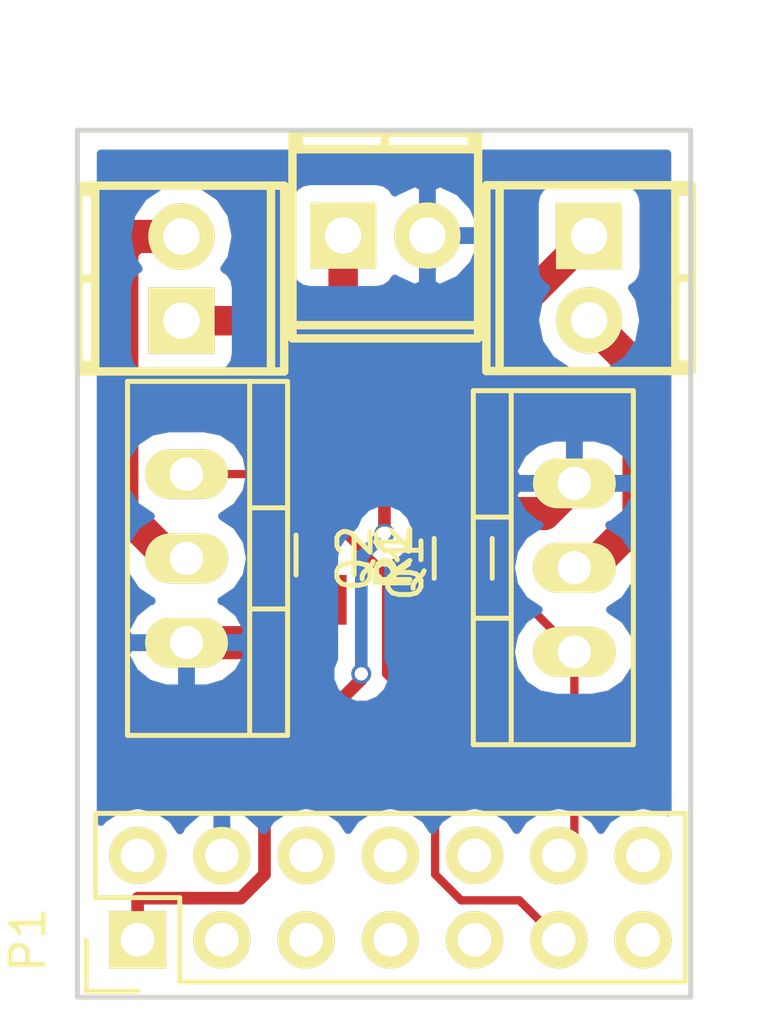
<source format=kicad_pcb>
(kicad_pcb (version 4) (host pcbnew 0.201603171416+6624~43~ubuntu15.10.1-product)

  (general
    (links 14)
    (no_connects 0)
    (area 133.23382 93.05102 157.51998 126.958301)
    (thickness 1.6)
    (drawings 4)
    (tracks 54)
    (zones 0)
    (modules 8)
    (nets 17)
  )

  (page A4)
  (layers
    (0 F.Cu signal)
    (31 B.Cu signal)
    (32 B.Adhes user)
    (33 F.Adhes user)
    (34 B.Paste user)
    (35 F.Paste user)
    (36 B.SilkS user)
    (37 F.SilkS user)
    (38 B.Mask user)
    (39 F.Mask user)
    (40 Dwgs.User user)
    (41 Cmts.User user)
    (42 Eco1.User user)
    (43 Eco2.User user)
    (44 Edge.Cuts user)
    (45 Margin user)
    (46 B.CrtYd user)
    (47 F.CrtYd user)
    (48 B.Fab user)
    (49 F.Fab user)
  )

  (setup
    (last_trace_width 0.25)
    (trace_clearance 0.2)
    (zone_clearance 0.508)
    (zone_45_only no)
    (trace_min 0.2)
    (segment_width 0.2)
    (edge_width 0.15)
    (via_size 0.6)
    (via_drill 0.4)
    (via_min_size 0.4)
    (via_min_drill 0.3)
    (uvia_size 0.3)
    (uvia_drill 0.1)
    (uvias_allowed no)
    (uvia_min_size 0)
    (uvia_min_drill 0)
    (pcb_text_width 0.3)
    (pcb_text_size 1.5 1.5)
    (mod_edge_width 0.15)
    (mod_text_size 1 1)
    (mod_text_width 0.15)
    (pad_size 1.524 1.524)
    (pad_drill 0.762)
    (pad_to_mask_clearance 0.2)
    (aux_axis_origin 0 0)
    (visible_elements FFFFFF7F)
    (pcbplotparams
      (layerselection 0x010f0_ffffffff)
      (usegerberextensions false)
      (excludeedgelayer true)
      (linewidth 0.100000)
      (plotframeref false)
      (viasonmask false)
      (mode 1)
      (useauxorigin false)
      (hpglpennumber 1)
      (hpglpenspeed 20)
      (hpglpendiameter 15)
      (psnegative false)
      (psa4output false)
      (plotreference true)
      (plotvalue true)
      (plotinvisibletext false)
      (padsonsilk false)
      (subtractmaskfromsilk false)
      (outputformat 1)
      (mirror false)
      (drillshape 0)
      (scaleselection 1)
      (outputdirectory Manufacturing/))
  )

  (net 0 "")
  (net 1 "Net-(P1-Pad14)")
  (net 2 "Net-(P1-Pad13)")
  (net 3 "Net-(P1-Pad12)")
  (net 4 "Net-(P1-Pad11)")
  (net 5 "Net-(P1-Pad9)")
  (net 6 "Net-(P1-Pad2)")
  (net 7 "Net-(P1-Pad3)")
  (net 8 "Net-(P1-Pad5)")
  (net 9 "Net-(P1-Pad6)")
  (net 10 "Net-(P1-Pad7)")
  (net 11 "Net-(P1-Pad8)")
  (net 12 +12V)
  (net 13 GND)
  (net 14 "Net-(P3-Pad2)")
  (net 15 "Net-(P4-Pad2)")
  (net 16 "Net-(P1-Pad10)")

  (net_class Default "This is the default net class."
    (clearance 0.2)
    (trace_width 0.25)
    (via_dia 0.6)
    (via_drill 0.4)
    (uvia_dia 0.3)
    (uvia_drill 0.1)
    (add_net "Net-(P1-Pad10)")
    (add_net "Net-(P1-Pad11)")
    (add_net "Net-(P1-Pad12)")
    (add_net "Net-(P1-Pad13)")
    (add_net "Net-(P1-Pad14)")
    (add_net "Net-(P1-Pad2)")
    (add_net "Net-(P1-Pad3)")
    (add_net "Net-(P1-Pad5)")
    (add_net "Net-(P1-Pad6)")
    (add_net "Net-(P1-Pad7)")
    (add_net "Net-(P1-Pad8)")
    (add_net "Net-(P1-Pad9)")
  )

  (net_class Power ""
    (clearance 0.2)
    (trace_width 0.381)
    (via_dia 0.6)
    (via_drill 0.4)
    (uvia_dia 0.3)
    (uvia_drill 0.1)
    (add_net +12V)
    (add_net GND)
    (add_net "Net-(P3-Pad2)")
    (add_net "Net-(P4-Pad2)")
  )

  (module Resistors_SMD:R_0805_HandSoldering (layer F.Cu) (tedit 54189DEE) (tstamp 56C0C8FB)
    (at 143.4846 112.5982 270)
    (descr "Resistor SMD 0805, hand soldering")
    (tags "resistor 0805")
    (path /56C0C8D8)
    (attr smd)
    (fp_text reference R2 (at 0 -2.1 270) (layer F.SilkS)
      (effects (font (size 1 1) (thickness 0.15)))
    )
    (fp_text value 2k2 (at 0 2.1 270) (layer F.Fab)
      (effects (font (size 1 1) (thickness 0.15)))
    )
    (fp_line (start -2.4 -1) (end 2.4 -1) (layer F.CrtYd) (width 0.05))
    (fp_line (start -2.4 1) (end 2.4 1) (layer F.CrtYd) (width 0.05))
    (fp_line (start -2.4 -1) (end -2.4 1) (layer F.CrtYd) (width 0.05))
    (fp_line (start 2.4 -1) (end 2.4 1) (layer F.CrtYd) (width 0.05))
    (fp_line (start 0.6 0.875) (end -0.6 0.875) (layer F.SilkS) (width 0.15))
    (fp_line (start -0.6 -0.875) (end 0.6 -0.875) (layer F.SilkS) (width 0.15))
    (pad 1 smd rect (at -1.35 0 270) (size 1.5 1.3) (layers F.Cu F.Paste F.Mask)
      (net 4 "Net-(P1-Pad11)"))
    (pad 2 smd rect (at 1.35 0 270) (size 1.5 1.3) (layers F.Cu F.Paste F.Mask)
      (net 13 GND))
    (model Resistors_SMD.3dshapes/R_0805_HandSoldering.wrl
      (at (xyz 0 0 0))
      (scale (xyz 1 1 1))
      (rotate (xyz 0 0 0))
    )
  )

  (module mysensors_connectors:MYSX_1.3 (layer F.Cu) (tedit 55A3C1F6) (tstamp 56C06E4A)
    (at 137.8331 124.1933 90)
    (descr "Through hole pin header")
    (tags "pin header MYSX 1.3")
    (path /56C06C44)
    (fp_text reference P1 (at 0 -3.302 90) (layer F.SilkS)
      (effects (font (size 1 1) (thickness 0.15)))
    )
    (fp_text value MYSX_1.3 (at 1.27 18.542 90) (layer F.Fab)
      (effects (font (size 1 1) (thickness 0.15)))
    )
    (fp_text user 1.3 (at 2.54 -3.302 90) (layer Cmts.User)
      (effects (font (size 1 1) (thickness 0.15)))
    )
    (fp_line (start -2.54 -2.54) (end -2.54 17.78) (layer F.CrtYd) (width 0.05))
    (fp_line (start 5.08 -2.54) (end 5.08 17.78) (layer F.CrtYd) (width 0.05))
    (fp_line (start -2.54 -2.54) (end 5.08 -2.54) (layer F.CrtYd) (width 0.05))
    (fp_line (start -2.54 17.78) (end 5.08 17.78) (layer F.CrtYd) (width 0.05))
    (fp_line (start -1.27 1.27) (end -1.27 16.51) (layer F.SilkS) (width 0.15))
    (fp_line (start -1.27 16.51) (end 3.81 16.51) (layer F.SilkS) (width 0.15))
    (fp_line (start 3.81 16.51) (end 3.81 -1.27) (layer F.SilkS) (width 0.15))
    (fp_line (start 3.81 -1.27) (end 1.27 -1.27) (layer F.SilkS) (width 0.15))
    (fp_line (start 0 -1.55) (end -1.55 -1.55) (layer F.SilkS) (width 0.15))
    (fp_line (start 1.27 -1.27) (end 1.27 1.27) (layer F.SilkS) (width 0.15))
    (fp_line (start 1.27 1.27) (end -1.27 1.27) (layer F.SilkS) (width 0.15))
    (fp_line (start -1.55 -1.55) (end -1.55 0) (layer F.SilkS) (width 0.15))
    (pad 14 thru_hole oval (at 2.54 15.24 90) (size 1.7272 1.7272) (drill 1.016) (layers *.Cu *.Mask F.SilkS)
      (net 1 "Net-(P1-Pad14)"))
    (pad 13 thru_hole oval (at 0 15.24 90) (size 1.7272 1.7272) (drill 1.016) (layers *.Cu *.Mask F.SilkS)
      (net 2 "Net-(P1-Pad13)"))
    (pad 12 thru_hole oval (at 2.54 12.7 90) (size 1.7272 1.7272) (drill 1.016) (layers *.Cu *.Mask F.SilkS)
      (net 3 "Net-(P1-Pad12)"))
    (pad 11 thru_hole oval (at 0 12.7 90) (size 1.7272 1.7272) (drill 1.016) (layers *.Cu *.Mask F.SilkS)
      (net 4 "Net-(P1-Pad11)"))
    (pad 10 thru_hole oval (at 2.54 10.16 90) (size 1.7272 1.7272) (drill 1.016) (layers *.Cu *.Mask F.SilkS)
      (net 16 "Net-(P1-Pad10)"))
    (pad 9 thru_hole oval (at 0 10.16 90) (size 1.7272 1.7272) (drill 1.016) (layers *.Cu *.Mask F.SilkS)
      (net 5 "Net-(P1-Pad9)"))
    (pad 1 thru_hole rect (at 0 0 90) (size 1.7272 1.7272) (drill 1.016) (layers *.Cu *.Mask F.SilkS)
      (net 12 +12V))
    (pad 2 thru_hole oval (at 2.54 0 90) (size 1.7272 1.7272) (drill 1.016) (layers *.Cu *.Mask F.SilkS)
      (net 6 "Net-(P1-Pad2)"))
    (pad 3 thru_hole oval (at 0 2.54 90) (size 1.7272 1.7272) (drill 1.016) (layers *.Cu *.Mask F.SilkS)
      (net 7 "Net-(P1-Pad3)"))
    (pad 4 thru_hole oval (at 2.54 2.54 90) (size 1.7272 1.7272) (drill 1.016) (layers *.Cu *.Mask F.SilkS)
      (net 13 GND))
    (pad 5 thru_hole oval (at 0 5.08 90) (size 1.7272 1.7272) (drill 1.016) (layers *.Cu *.Mask F.SilkS)
      (net 8 "Net-(P1-Pad5)"))
    (pad 6 thru_hole oval (at 2.54 5.08 90) (size 1.7272 1.7272) (drill 1.016) (layers *.Cu *.Mask F.SilkS)
      (net 9 "Net-(P1-Pad6)"))
    (pad 7 thru_hole oval (at 0 7.62 90) (size 1.7272 1.7272) (drill 1.016) (layers *.Cu *.Mask F.SilkS)
      (net 10 "Net-(P1-Pad7)"))
    (pad 8 thru_hole oval (at 2.54 7.62 90) (size 1.7272 1.7272) (drill 1.016) (layers *.Cu *.Mask F.SilkS)
      (net 11 "Net-(P1-Pad8)"))
    (model Socket_Strips.3dshapes/Socket_Strip_Straight_2x07.wrl
      (at (xyz 0.05 -0.3 -0.075))
      (scale (xyz 1 1 1))
      (rotate (xyz 0 180 90))
    )
  )

  (module TO_SOT_Packages_THT:TO-220_Neutral123_Vertical (layer F.Cu) (tedit 0) (tstamp 56C06E63)
    (at 151.003 112.9792 90)
    (descr "TO-220, Neutral, Vertical,")
    (tags "TO-220, Neutral, Vertical,")
    (path /56C06C94)
    (fp_text reference Q1 (at 0 -5.08 90) (layer F.SilkS)
      (effects (font (size 1 1) (thickness 0.15)))
    )
    (fp_text value IRLZ44N (at 0 3.81 90) (layer F.Fab)
      (effects (font (size 1 1) (thickness 0.15)))
    )
    (fp_line (start -1.524 -3.048) (end -1.524 -1.905) (layer F.SilkS) (width 0.15))
    (fp_line (start 1.524 -3.048) (end 1.524 -1.905) (layer F.SilkS) (width 0.15))
    (fp_line (start 5.334 -1.905) (end 5.334 1.778) (layer F.SilkS) (width 0.15))
    (fp_line (start 5.334 1.778) (end -5.334 1.778) (layer F.SilkS) (width 0.15))
    (fp_line (start -5.334 1.778) (end -5.334 -1.905) (layer F.SilkS) (width 0.15))
    (fp_line (start 5.334 -3.048) (end 5.334 -1.905) (layer F.SilkS) (width 0.15))
    (fp_line (start 5.334 -1.905) (end -5.334 -1.905) (layer F.SilkS) (width 0.15))
    (fp_line (start -5.334 -1.905) (end -5.334 -3.048) (layer F.SilkS) (width 0.15))
    (fp_line (start 0 -3.048) (end -5.334 -3.048) (layer F.SilkS) (width 0.15))
    (fp_line (start 0 -3.048) (end 5.334 -3.048) (layer F.SilkS) (width 0.15))
    (pad 2 thru_hole oval (at 0 0 180) (size 2.49936 1.50114) (drill 1.00076) (layers *.Cu *.Mask F.SilkS)
      (net 14 "Net-(P3-Pad2)"))
    (pad 1 thru_hole oval (at -2.54 0 180) (size 2.49936 1.50114) (drill 1.00076) (layers *.Cu *.Mask F.SilkS)
      (net 3 "Net-(P1-Pad12)"))
    (pad 3 thru_hole oval (at 2.54 0 180) (size 2.49936 1.50114) (drill 1.00076) (layers *.Cu *.Mask F.SilkS)
      (net 13 GND))
    (model TO_SOT_Packages_THT.3dshapes/TO-220_Neutral123_Vertical.wrl
      (at (xyz 0 0 0))
      (scale (xyz 0.3937 0.3937 0.3937))
      (rotate (xyz 0 0 0))
    )
  )

  (module TO_SOT_Packages_THT:TO-220_Neutral123_Vertical (layer F.Cu) (tedit 0) (tstamp 56C06E6A)
    (at 139.3063 112.6998 270)
    (descr "TO-220, Neutral, Vertical,")
    (tags "TO-220, Neutral, Vertical,")
    (path /56C06D3D)
    (fp_text reference Q2 (at 0 -5.08 270) (layer F.SilkS)
      (effects (font (size 1 1) (thickness 0.15)))
    )
    (fp_text value IRLZ44N (at 0 3.81 270) (layer F.Fab)
      (effects (font (size 1 1) (thickness 0.15)))
    )
    (fp_line (start -1.524 -3.048) (end -1.524 -1.905) (layer F.SilkS) (width 0.15))
    (fp_line (start 1.524 -3.048) (end 1.524 -1.905) (layer F.SilkS) (width 0.15))
    (fp_line (start 5.334 -1.905) (end 5.334 1.778) (layer F.SilkS) (width 0.15))
    (fp_line (start 5.334 1.778) (end -5.334 1.778) (layer F.SilkS) (width 0.15))
    (fp_line (start -5.334 1.778) (end -5.334 -1.905) (layer F.SilkS) (width 0.15))
    (fp_line (start 5.334 -3.048) (end 5.334 -1.905) (layer F.SilkS) (width 0.15))
    (fp_line (start 5.334 -1.905) (end -5.334 -1.905) (layer F.SilkS) (width 0.15))
    (fp_line (start -5.334 -1.905) (end -5.334 -3.048) (layer F.SilkS) (width 0.15))
    (fp_line (start 0 -3.048) (end -5.334 -3.048) (layer F.SilkS) (width 0.15))
    (fp_line (start 0 -3.048) (end 5.334 -3.048) (layer F.SilkS) (width 0.15))
    (pad 2 thru_hole oval (at 0 0) (size 2.49936 1.50114) (drill 1.00076) (layers *.Cu *.Mask F.SilkS)
      (net 15 "Net-(P4-Pad2)"))
    (pad 1 thru_hole oval (at -2.54 0) (size 2.49936 1.50114) (drill 1.00076) (layers *.Cu *.Mask F.SilkS)
      (net 4 "Net-(P1-Pad11)"))
    (pad 3 thru_hole oval (at 2.54 0) (size 2.49936 1.50114) (drill 1.00076) (layers *.Cu *.Mask F.SilkS)
      (net 13 GND))
    (model TO_SOT_Packages_THT.3dshapes/TO-220_Neutral123_Vertical.wrl
      (at (xyz 0 0 0))
      (scale (xyz 0.3937 0.3937 0.3937))
      (rotate (xyz 0 0 0))
    )
  )

  (module mysensors_connectors:TerminalBlock2.54mmx2-kcswalter (layer F.Cu) (tedit 5585791A) (tstamp 56C0A57E)
    (at 139.1539 104.267 270)
    (descr "2-way 2.54mm pitch terminal block, Phoenix MPT series")
    (path /56C06E7D)
    (fp_text reference P4 (at 0 -4.50088 270) (layer F.SilkS) hide
      (effects (font (thickness 0.3048)))
    )
    (fp_text value CONN_01X02 (at 0 4.50088 270) (layer F.SilkS) hide
      (effects (font (thickness 0.3048)))
    )
    (fp_line (start 2.79908 2.60096) (end -2.79908 2.60096) (layer F.SilkS) (width 0.254))
    (fp_line (start -2.60096 3.0988) (end -2.60096 2.60096) (layer F.SilkS) (width 0.254))
    (fp_line (start 2.60096 2.60096) (end 2.60096 3.0988) (layer F.SilkS) (width 0.254))
    (fp_line (start 0 3.0988) (end 0 2.60096) (layer F.SilkS) (width 0.254))
    (fp_line (start -2.79908 -2.70002) (end 2.79908 -2.70002) (layer F.SilkS) (width 0.254))
    (fp_line (start -2.79908 3.0988) (end 2.79908 3.0988) (layer F.SilkS) (width 0.254))
    (fp_line (start 2.79908 3.0988) (end 2.79908 -3.0988) (layer F.SilkS) (width 0.254))
    (fp_line (start 2.79908 -3.0988) (end -2.79908 -3.0988) (layer F.SilkS) (width 0.254))
    (fp_line (start -2.79908 -3.0988) (end -2.79908 3.0988) (layer F.SilkS) (width 0.254))
    (pad 2 thru_hole oval (at -1.27 0 270) (size 1.99898 1.99898) (drill 1.09728) (layers *.Cu *.Mask F.SilkS)
      (net 15 "Net-(P4-Pad2)"))
    (pad 1 thru_hole rect (at 1.27 0 270) (size 1.99898 1.99898) (drill 1.09728) (layers *.Cu *.Mask F.SilkS)
      (net 12 +12V))
    (model mysensors.3dshapes/w.lain.3dshapes/conn_mpt/mpt_0,5-2-2,54.wrl
      (at (xyz 0 0 0))
      (scale (xyz 1 1 1))
      (rotate (xyz 0 0 0))
    )
  )

  (module mysensors_connectors:TerminalBlock2.54mmx2-kcswalter (layer F.Cu) (tedit 5585791A) (tstamp 56C0A646)
    (at 145.3007 102.9716 180)
    (descr "2-way 2.54mm pitch terminal block, Phoenix MPT series")
    (path /56C06F52)
    (fp_text reference P2 (at 0 -4.50088 180) (layer F.SilkS) hide
      (effects (font (thickness 0.3048)))
    )
    (fp_text value CONN_01X02 (at 0 4.50088 180) (layer F.SilkS) hide
      (effects (font (thickness 0.3048)))
    )
    (fp_line (start 2.79908 2.60096) (end -2.79908 2.60096) (layer F.SilkS) (width 0.254))
    (fp_line (start -2.60096 3.0988) (end -2.60096 2.60096) (layer F.SilkS) (width 0.254))
    (fp_line (start 2.60096 2.60096) (end 2.60096 3.0988) (layer F.SilkS) (width 0.254))
    (fp_line (start 0 3.0988) (end 0 2.60096) (layer F.SilkS) (width 0.254))
    (fp_line (start -2.79908 -2.70002) (end 2.79908 -2.70002) (layer F.SilkS) (width 0.254))
    (fp_line (start -2.79908 3.0988) (end 2.79908 3.0988) (layer F.SilkS) (width 0.254))
    (fp_line (start 2.79908 3.0988) (end 2.79908 -3.0988) (layer F.SilkS) (width 0.254))
    (fp_line (start 2.79908 -3.0988) (end -2.79908 -3.0988) (layer F.SilkS) (width 0.254))
    (fp_line (start -2.79908 -3.0988) (end -2.79908 3.0988) (layer F.SilkS) (width 0.254))
    (pad 2 thru_hole oval (at -1.27 0 180) (size 1.99898 1.99898) (drill 1.09728) (layers *.Cu *.Mask F.SilkS)
      (net 13 GND))
    (pad 1 thru_hole rect (at 1.27 0 180) (size 1.99898 1.99898) (drill 1.09728) (layers *.Cu *.Mask F.SilkS)
      (net 12 +12V))
    (model mysensors.3dshapes/w.lain.3dshapes/conn_mpt/mpt_0,5-2-2,54.wrl
      (at (xyz 0 0 0))
      (scale (xyz 1 1 1))
      (rotate (xyz 0 0 0))
    )
  )

  (module mysensors_connectors:TerminalBlock2.54mmx2-kcswalter (layer F.Cu) (tedit 5585791A) (tstamp 56C0A64C)
    (at 151.4475 104.2543 90)
    (descr "2-way 2.54mm pitch terminal block, Phoenix MPT series")
    (path /56C06E21)
    (fp_text reference P3 (at 0 -4.50088 90) (layer F.SilkS) hide
      (effects (font (thickness 0.3048)))
    )
    (fp_text value CONN_01X02 (at 0 4.50088 90) (layer F.SilkS) hide
      (effects (font (thickness 0.3048)))
    )
    (fp_line (start 2.79908 2.60096) (end -2.79908 2.60096) (layer F.SilkS) (width 0.254))
    (fp_line (start -2.60096 3.0988) (end -2.60096 2.60096) (layer F.SilkS) (width 0.254))
    (fp_line (start 2.60096 2.60096) (end 2.60096 3.0988) (layer F.SilkS) (width 0.254))
    (fp_line (start 0 3.0988) (end 0 2.60096) (layer F.SilkS) (width 0.254))
    (fp_line (start -2.79908 -2.70002) (end 2.79908 -2.70002) (layer F.SilkS) (width 0.254))
    (fp_line (start -2.79908 3.0988) (end 2.79908 3.0988) (layer F.SilkS) (width 0.254))
    (fp_line (start 2.79908 3.0988) (end 2.79908 -3.0988) (layer F.SilkS) (width 0.254))
    (fp_line (start 2.79908 -3.0988) (end -2.79908 -3.0988) (layer F.SilkS) (width 0.254))
    (fp_line (start -2.79908 -3.0988) (end -2.79908 3.0988) (layer F.SilkS) (width 0.254))
    (pad 2 thru_hole oval (at -1.27 0 90) (size 1.99898 1.99898) (drill 1.09728) (layers *.Cu *.Mask F.SilkS)
      (net 14 "Net-(P3-Pad2)"))
    (pad 1 thru_hole rect (at 1.27 0 90) (size 1.99898 1.99898) (drill 1.09728) (layers *.Cu *.Mask F.SilkS)
      (net 12 +12V))
    (model mysensors.3dshapes/w.lain.3dshapes/conn_mpt/mpt_0,5-2-2,54.wrl
      (at (xyz 0 0 0))
      (scale (xyz 1 1 1))
      (rotate (xyz 0 0 0))
    )
  )

  (module Resistors_SMD:R_0805_HandSoldering (layer F.Cu) (tedit 54189DEE) (tstamp 56C0C8F5)
    (at 147.6502 112.6998 90)
    (descr "Resistor SMD 0805, hand soldering")
    (tags "resistor 0805")
    (path /56C0C807)
    (attr smd)
    (fp_text reference R1 (at 0 -2.1 90) (layer F.SilkS)
      (effects (font (size 1 1) (thickness 0.15)))
    )
    (fp_text value 2k2 (at 0 2.1 90) (layer F.Fab)
      (effects (font (size 1 1) (thickness 0.15)))
    )
    (fp_line (start -2.4 -1) (end 2.4 -1) (layer F.CrtYd) (width 0.05))
    (fp_line (start -2.4 1) (end 2.4 1) (layer F.CrtYd) (width 0.05))
    (fp_line (start -2.4 -1) (end -2.4 1) (layer F.CrtYd) (width 0.05))
    (fp_line (start 2.4 -1) (end 2.4 1) (layer F.CrtYd) (width 0.05))
    (fp_line (start 0.6 0.875) (end -0.6 0.875) (layer F.SilkS) (width 0.15))
    (fp_line (start -0.6 -0.875) (end 0.6 -0.875) (layer F.SilkS) (width 0.15))
    (pad 1 smd rect (at -1.35 0 90) (size 1.5 1.3) (layers F.Cu F.Paste F.Mask)
      (net 3 "Net-(P1-Pad12)"))
    (pad 2 smd rect (at 1.35 0 90) (size 1.5 1.3) (layers F.Cu F.Paste F.Mask)
      (net 13 GND))
    (model Resistors_SMD.3dshapes/R_0805_HandSoldering.wrl
      (at (xyz 0 0 0))
      (scale (xyz 1 1 1))
      (rotate (xyz 0 0 0))
    )
  )

  (gr_line (start 136.017 99.7966) (end 136.017 125.9205) (layer Edge.Cuts) (width 0.15))
  (gr_line (start 154.5082 99.7966) (end 136.017 99.7966) (layer Edge.Cuts) (width 0.15))
  (gr_line (start 154.5082 125.9205) (end 154.5082 99.7966) (layer Edge.Cuts) (width 0.15))
  (gr_line (start 136.017 125.9205) (end 154.5209 125.9205) (layer Edge.Cuts) (width 0.15))

  (segment (start 147.6502 114.0498) (end 149.5336 114.0498) (width 0.25) (layer F.Cu) (net 3))
  (segment (start 149.5336 114.0498) (end 151.003 115.5192) (width 0.25) (layer F.Cu) (net 3))
  (segment (start 151.003 115.5192) (end 151.003 121.1834) (width 0.25) (layer F.Cu) (net 3))
  (segment (start 151.003 121.1834) (end 150.5331 121.6533) (width 0.25) (layer F.Cu) (net 3))
  (segment (start 145.3261 116.1796) (end 145.3261 113.1897) (width 0.25) (layer F.Cu) (net 4))
  (segment (start 143.4846 111.3482) (end 143.4846 111.2482) (width 0.25) (layer F.Cu) (net 4))
  (segment (start 145.3261 113.1897) (end 143.4846 111.3482) (width 0.25) (layer F.Cu) (net 4))
  (segment (start 146.804499 117.657999) (end 145.3261 116.1796) (width 0.25) (layer F.Cu) (net 4))
  (segment (start 139.3063 110.1598) (end 142.4962 110.1598) (width 0.25) (layer F.Cu) (net 4))
  (segment (start 142.4962 110.1598) (end 143.4846 111.1482) (width 0.25) (layer F.Cu) (net 4))
  (segment (start 143.4846 111.1482) (end 143.4846 111.2482) (width 0.25) (layer F.Cu) (net 4))
  (segment (start 150.5331 124.1933) (end 149.344499 123.004699) (width 0.25) (layer F.Cu) (net 4))
  (segment (start 146.804499 122.223829) (end 146.804499 117.657999) (width 0.25) (layer F.Cu) (net 4))
  (segment (start 149.344499 123.004699) (end 147.585369 123.004699) (width 0.25) (layer F.Cu) (net 4))
  (segment (start 147.585369 123.004699) (end 146.804499 122.223829) (width 0.25) (layer F.Cu) (net 4))
  (segment (start 139.80541 110.1598) (end 139.3063 110.1598) (width 0.25) (layer F.Cu) (net 4))
  (segment (start 144.7927 106.3371) (end 143.9926 105.537) (width 0.381) (layer F.Cu) (net 12))
  (segment (start 145.161 106.7054) (end 144.7927 106.3371) (width 0.381) (layer F.Cu) (net 12))
  (segment (start 145.2753 111.9505) (end 145.2753 108.7755) (width 0.381) (layer F.Cu) (net 12))
  (segment (start 145.2753 108.7755) (end 145.2753 107.4293) (width 0.381) (layer F.Cu) (net 12))
  (segment (start 145.2753 107.4293) (end 145.2753 107.1118) (width 0.381) (layer F.Cu) (net 12))
  (segment (start 145.2753 107.1118) (end 145.2753 106.807) (width 0.381) (layer F.Cu) (net 12))
  (segment (start 145.2753 106.807) (end 145.2118 106.7435) (width 0.381) (layer F.Cu) (net 12))
  (segment (start 139.1539 105.537) (end 143.9926 105.537) (width 0.889) (layer F.Cu) (net 12))
  (segment (start 143.9926 105.537) (end 148.8948 105.537) (width 0.889) (layer F.Cu) (net 12))
  (segment (start 144.0307 102.9716) (end 144.0307 104.86009) (width 0.889) (layer F.Cu) (net 12))
  (segment (start 144.0307 104.86009) (end 143.9926 104.89819) (width 0.889) (layer F.Cu) (net 12))
  (segment (start 143.9926 104.89819) (end 143.9926 105.537) (width 0.889) (layer F.Cu) (net 12))
  (segment (start 148.8948 105.537) (end 151.4475 102.9843) (width 0.889) (layer F.Cu) (net 12))
  (segment (start 144.5768 116.1796) (end 144.5768 112.649) (width 0.381) (layer B.Cu) (net 12))
  (segment (start 144.5768 112.649) (end 145.2753 111.9505) (width 0.381) (layer B.Cu) (net 12))
  (via (at 145.2753 111.9505) (size 0.6) (drill 0.4) (layers F.Cu B.Cu) (net 12))
  (segment (start 141.658999 119.262501) (end 144.5768 116.3447) (width 0.381) (layer F.Cu) (net 12))
  (segment (start 144.5768 116.3447) (end 144.5768 116.1796) (width 0.381) (layer F.Cu) (net 12))
  (via (at 144.5768 116.1796) (size 0.6) (drill 0.4) (layers F.Cu B.Cu) (net 12))
  (segment (start 137.8331 124.1933) (end 137.8331 122.9487) (width 0.381) (layer F.Cu) (net 12))
  (segment (start 137.8331 122.9487) (end 137.842601 122.939199) (width 0.381) (layer F.Cu) (net 12))
  (segment (start 137.842601 122.939199) (end 140.943271 122.939199) (width 0.381) (layer F.Cu) (net 12))
  (segment (start 140.943271 122.939199) (end 141.658999 122.223471) (width 0.381) (layer F.Cu) (net 12))
  (segment (start 141.658999 122.223471) (end 141.658999 119.262501) (width 0.381) (layer F.Cu) (net 12))
  (segment (start 139.3063 115.2398) (end 142.193 115.2398) (width 1) (layer F.Cu) (net 13))
  (segment (start 142.193 115.2398) (end 143.4846 113.9482) (width 1) (layer F.Cu) (net 13))
  (segment (start 147.6502 111.3498) (end 150.0924 111.3498) (width 1) (layer F.Cu) (net 13))
  (segment (start 150.0924 111.3498) (end 151.003 110.4392) (width 1) (layer F.Cu) (net 13))
  (segment (start 151.003 112.9792) (end 151.50211 112.9792) (width 1) (layer F.Cu) (net 14))
  (segment (start 151.50211 112.9792) (end 152.95269 111.52862) (width 1) (layer F.Cu) (net 14))
  (segment (start 152.446989 106.523789) (end 151.4475 105.5243) (width 1) (layer F.Cu) (net 14))
  (segment (start 152.95269 111.52862) (end 152.95269 107.02949) (width 1) (layer F.Cu) (net 14))
  (segment (start 152.95269 107.02949) (end 152.446989 106.523789) (width 1) (layer F.Cu) (net 14))
  (segment (start 139.3063 112.6998) (end 138.80719 112.6998) (width 1) (layer F.Cu) (net 15))
  (segment (start 138.80719 112.6998) (end 137.35661 111.24922) (width 1) (layer F.Cu) (net 15))
  (segment (start 137.35661 111.24922) (end 137.35661 103.380798) (width 1) (layer F.Cu) (net 15))
  (segment (start 137.740408 102.997) (end 139.1539 102.997) (width 1) (layer F.Cu) (net 15))
  (segment (start 137.35661 103.380798) (end 137.740408 102.997) (width 1) (layer F.Cu) (net 15))

  (zone (net 13) (net_name GND) (layer B.Cu) (tstamp 0) (hatch edge 0.508)
    (connect_pads (clearance 0.508))
    (min_thickness 0.254)
    (fill yes (arc_segments 16) (thermal_gap 0.508) (thermal_bridge_width 0.508))
    (polygon
      (pts
        (xy 136.0551 95.885) (xy 154.686 95.885) (xy 154.6098 125.7173) (xy 136.144 126.111) (xy 136.0551 95.8723)
        (xy 136.0678 95.885)
      )
    )
    (filled_polygon
      (pts
        (xy 153.80819 120.347394) (xy 153.646589 120.239415) (xy 153.0731 120.125341) (xy 152.499611 120.239415) (xy 152.01343 120.564271)
        (xy 151.8031 120.879052) (xy 151.59277 120.564271) (xy 151.106589 120.239415) (xy 150.5331 120.125341) (xy 149.959611 120.239415)
        (xy 149.47343 120.564271) (xy 149.2631 120.879052) (xy 149.05277 120.564271) (xy 148.566589 120.239415) (xy 147.9931 120.125341)
        (xy 147.419611 120.239415) (xy 146.93343 120.564271) (xy 146.7231 120.879052) (xy 146.51277 120.564271) (xy 146.026589 120.239415)
        (xy 145.4531 120.125341) (xy 144.879611 120.239415) (xy 144.39343 120.564271) (xy 144.1831 120.879052) (xy 143.97277 120.564271)
        (xy 143.486589 120.239415) (xy 142.9131 120.125341) (xy 142.339611 120.239415) (xy 141.85343 120.564271) (xy 141.637436 120.887528)
        (xy 141.579921 120.76481) (xy 141.148047 120.370612) (xy 140.732126 120.198342) (xy 140.5001 120.319483) (xy 140.5001 121.5263)
        (xy 140.5201 121.5263) (xy 140.5201 121.7803) (xy 140.5001 121.7803) (xy 140.5001 121.8003) (xy 140.2461 121.8003)
        (xy 140.2461 121.7803) (xy 140.2261 121.7803) (xy 140.2261 121.5263) (xy 140.2461 121.5263) (xy 140.2461 120.319483)
        (xy 140.014074 120.198342) (xy 139.598153 120.370612) (xy 139.166279 120.76481) (xy 139.108764 120.887528) (xy 138.89277 120.564271)
        (xy 138.406589 120.239415) (xy 137.8331 120.125341) (xy 137.259611 120.239415) (xy 136.77343 120.564271) (xy 136.727 120.633758)
        (xy 136.727 115.581075) (xy 137.464307 115.581075) (xy 137.47849 115.652703) (xy 137.737642 116.129744) (xy 138.159623 116.471299)
        (xy 138.68019 116.62537) (xy 139.1793 116.62537) (xy 139.1793 115.3668) (xy 139.4333 115.3668) (xy 139.4333 116.62537)
        (xy 139.93241 116.62537) (xy 140.452977 116.471299) (xy 140.584594 116.364767) (xy 143.641638 116.364767) (xy 143.783683 116.708543)
        (xy 144.046473 116.971792) (xy 144.390001 117.114438) (xy 144.761967 117.114762) (xy 145.105743 116.972717) (xy 145.368992 116.709927)
        (xy 145.511638 116.366399) (xy 145.511962 115.994433) (xy 145.4023 115.72903) (xy 145.4023 112.990934) (xy 145.414034 112.9792)
        (xy 149.081397 112.9792) (xy 149.186867 113.509435) (xy 149.487221 113.958946) (xy 149.921616 114.2492) (xy 149.487221 114.539454)
        (xy 149.186867 114.988965) (xy 149.081397 115.5192) (xy 149.186867 116.049435) (xy 149.487221 116.498946) (xy 149.936732 116.7993)
        (xy 150.466967 116.90477) (xy 151.539033 116.90477) (xy 152.069268 116.7993) (xy 152.518779 116.498946) (xy 152.819133 116.049435)
        (xy 152.924603 115.5192) (xy 152.819133 114.988965) (xy 152.518779 114.539454) (xy 152.084384 114.2492) (xy 152.518779 113.958946)
        (xy 152.819133 113.509435) (xy 152.924603 112.9792) (xy 152.819133 112.448965) (xy 152.518779 111.999454) (xy 152.069268 111.6991)
        (xy 152.059968 111.69725) (xy 152.149677 111.670699) (xy 152.571658 111.329144) (xy 152.83081 110.852103) (xy 152.844993 110.780475)
        (xy 152.722339 110.5662) (xy 151.13 110.5662) (xy 151.13 110.5862) (xy 150.876 110.5862) (xy 150.876 110.5662)
        (xy 149.283661 110.5662) (xy 149.161007 110.780475) (xy 149.17519 110.852103) (xy 149.434342 111.329144) (xy 149.856323 111.670699)
        (xy 149.946032 111.69725) (xy 149.936732 111.6991) (xy 149.487221 111.999454) (xy 149.186867 112.448965) (xy 149.081397 112.9792)
        (xy 145.414034 112.9792) (xy 145.54074 112.852494) (xy 145.804243 112.743617) (xy 146.067492 112.480827) (xy 146.210138 112.137299)
        (xy 146.210462 111.765333) (xy 146.068417 111.421557) (xy 145.805627 111.158308) (xy 145.462099 111.015662) (xy 145.090133 111.015338)
        (xy 144.746357 111.157383) (xy 144.483108 111.420173) (xy 144.372982 111.685384) (xy 143.993083 112.065283) (xy 143.814137 112.333094)
        (xy 143.814137 112.333095) (xy 143.7513 112.649) (xy 143.7513 115.729487) (xy 143.641962 115.992801) (xy 143.641638 116.364767)
        (xy 140.584594 116.364767) (xy 140.874958 116.129744) (xy 141.13411 115.652703) (xy 141.148293 115.581075) (xy 141.025639 115.3668)
        (xy 139.4333 115.3668) (xy 139.1793 115.3668) (xy 137.586961 115.3668) (xy 137.464307 115.581075) (xy 136.727 115.581075)
        (xy 136.727 110.1598) (xy 137.384697 110.1598) (xy 137.490167 110.690035) (xy 137.790521 111.139546) (xy 138.224916 111.4298)
        (xy 137.790521 111.720054) (xy 137.490167 112.169565) (xy 137.384697 112.6998) (xy 137.490167 113.230035) (xy 137.790521 113.679546)
        (xy 138.240032 113.9799) (xy 138.249332 113.98175) (xy 138.159623 114.008301) (xy 137.737642 114.349856) (xy 137.47849 114.826897)
        (xy 137.464307 114.898525) (xy 137.586961 115.1128) (xy 139.1793 115.1128) (xy 139.1793 115.0928) (xy 139.4333 115.0928)
        (xy 139.4333 115.1128) (xy 141.025639 115.1128) (xy 141.148293 114.898525) (xy 141.13411 114.826897) (xy 140.874958 114.349856)
        (xy 140.452977 114.008301) (xy 140.363268 113.98175) (xy 140.372568 113.9799) (xy 140.822079 113.679546) (xy 141.122433 113.230035)
        (xy 141.227903 112.6998) (xy 141.122433 112.169565) (xy 140.822079 111.720054) (xy 140.387684 111.4298) (xy 140.822079 111.139546)
        (xy 141.122433 110.690035) (xy 141.227903 110.1598) (xy 141.215596 110.097925) (xy 149.161007 110.097925) (xy 149.283661 110.3122)
        (xy 150.876 110.3122) (xy 150.876 109.05363) (xy 151.13 109.05363) (xy 151.13 110.3122) (xy 152.722339 110.3122)
        (xy 152.844993 110.097925) (xy 152.83081 110.026297) (xy 152.571658 109.549256) (xy 152.149677 109.207701) (xy 151.62911 109.05363)
        (xy 151.13 109.05363) (xy 150.876 109.05363) (xy 150.37689 109.05363) (xy 149.856323 109.207701) (xy 149.434342 109.549256)
        (xy 149.17519 110.026297) (xy 149.161007 110.097925) (xy 141.215596 110.097925) (xy 141.122433 109.629565) (xy 140.822079 109.180054)
        (xy 140.372568 108.8797) (xy 139.842333 108.77423) (xy 138.770267 108.77423) (xy 138.240032 108.8797) (xy 137.790521 109.180054)
        (xy 137.490167 109.629565) (xy 137.384697 110.1598) (xy 136.727 110.1598) (xy 136.727 104.53751) (xy 137.50697 104.53751)
        (xy 137.50697 106.53649) (xy 137.556253 106.784255) (xy 137.696601 106.994299) (xy 137.906645 107.134647) (xy 138.15441 107.18393)
        (xy 140.15339 107.18393) (xy 140.401155 107.134647) (xy 140.611199 106.994299) (xy 140.751547 106.784255) (xy 140.80083 106.53649)
        (xy 140.80083 104.53751) (xy 140.751547 104.289745) (xy 140.611199 104.079701) (xy 140.451273 103.972841) (xy 140.663972 103.654514)
        (xy 140.78839 103.029022) (xy 140.78839 102.964978) (xy 140.663972 102.339486) (xy 140.4185 101.97211) (xy 142.38377 101.97211)
        (xy 142.38377 103.97109) (xy 142.433053 104.218855) (xy 142.573401 104.428899) (xy 142.783445 104.569247) (xy 143.03121 104.61853)
        (xy 145.03019 104.61853) (xy 145.277955 104.569247) (xy 145.487999 104.428899) (xy 145.591642 104.273787) (xy 145.610974 104.294668)
        (xy 146.190345 104.561227) (xy 146.4437 104.442407) (xy 146.4437 103.0986) (xy 146.6977 103.0986) (xy 146.6977 104.442407)
        (xy 146.951055 104.561227) (xy 147.530426 104.294668) (xy 147.963687 103.826684) (xy 148.160319 103.351954) (xy 148.040965 103.0986)
        (xy 146.6977 103.0986) (xy 146.4437 103.0986) (xy 146.4237 103.0986) (xy 146.4237 102.8446) (xy 146.4437 102.8446)
        (xy 146.4437 101.500793) (xy 146.6977 101.500793) (xy 146.6977 102.8446) (xy 148.040965 102.8446) (xy 148.160319 102.591246)
        (xy 147.963687 102.116516) (xy 147.841754 101.98481) (xy 149.80057 101.98481) (xy 149.80057 103.98379) (xy 149.849853 104.231555)
        (xy 149.990201 104.441599) (xy 150.150127 104.548459) (xy 149.937428 104.866786) (xy 149.81301 105.492278) (xy 149.81301 105.556322)
        (xy 149.937428 106.181814) (xy 150.291741 106.712081) (xy 150.822008 107.066394) (xy 151.4475 107.190812) (xy 152.072992 107.066394)
        (xy 152.603259 106.712081) (xy 152.957572 106.181814) (xy 153.08199 105.556322) (xy 153.08199 105.492278) (xy 152.957572 104.866786)
        (xy 152.744873 104.548459) (xy 152.904799 104.441599) (xy 153.045147 104.231555) (xy 153.09443 103.98379) (xy 153.09443 101.98481)
        (xy 153.045147 101.737045) (xy 152.904799 101.527001) (xy 152.694755 101.386653) (xy 152.44699 101.33737) (xy 150.44801 101.33737)
        (xy 150.200245 101.386653) (xy 149.990201 101.527001) (xy 149.849853 101.737045) (xy 149.80057 101.98481) (xy 147.841754 101.98481)
        (xy 147.530426 101.648532) (xy 146.951055 101.381973) (xy 146.6977 101.500793) (xy 146.4437 101.500793) (xy 146.190345 101.381973)
        (xy 145.610974 101.648532) (xy 145.591642 101.669413) (xy 145.487999 101.514301) (xy 145.277955 101.373953) (xy 145.03019 101.32467)
        (xy 143.03121 101.32467) (xy 142.783445 101.373953) (xy 142.573401 101.514301) (xy 142.433053 101.724345) (xy 142.38377 101.97211)
        (xy 140.4185 101.97211) (xy 140.309659 101.809219) (xy 139.779392 101.454906) (xy 139.1539 101.330488) (xy 138.528408 101.454906)
        (xy 137.998141 101.809219) (xy 137.643828 102.339486) (xy 137.51941 102.964978) (xy 137.51941 103.029022) (xy 137.643828 103.654514)
        (xy 137.856527 103.972841) (xy 137.696601 104.079701) (xy 137.556253 104.289745) (xy 137.50697 104.53751) (xy 136.727 104.53751)
        (xy 136.727 100.5066) (xy 153.798545 100.5066)
      )
    )
  )
)

</source>
